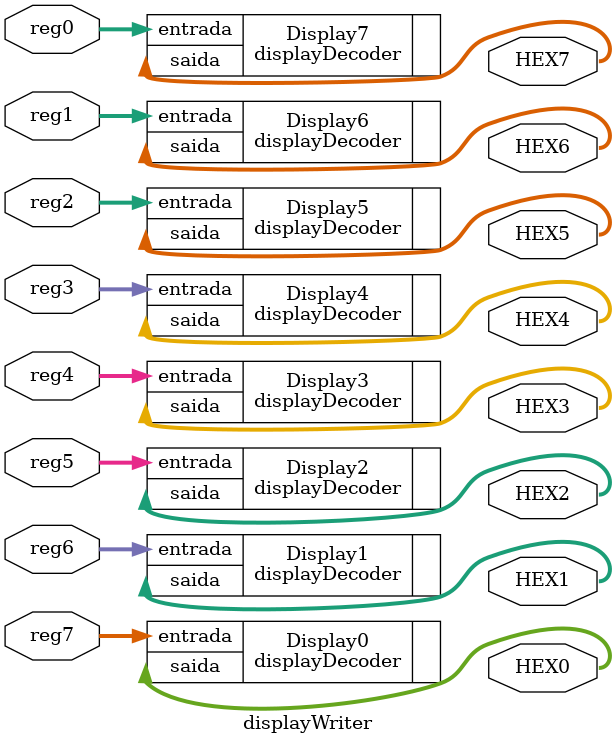
<source format=v>
module displayWriter(
	input[3:0] reg0,
	input[3:0] reg1,
	input[3:0] reg2,
	input[3:0] reg3,
	input[3:0] reg4,
	input[3:0] reg5,
	input[3:0] reg6,
	input[3:0] reg7,
	
	output[6:0] HEX0,
	output[6:0] HEX1,
	output[6:0] HEX2,
	output[6:0] HEX3,
	output[6:0] HEX4,
	output[6:0] HEX5,
	output[6:0] HEX6,
	output[6:0] HEX7
);

displayDecoder Display0(.entrada(reg7),.saida(HEX0));
displayDecoder Display1(.entrada(reg6),.saida(HEX1));
displayDecoder Display2(.entrada(reg5),.saida(HEX2));
displayDecoder Display3(.entrada(reg4),.saida(HEX3));
displayDecoder Display4(.entrada(reg3),.saida(HEX4));
displayDecoder Display5(.entrada(reg2),.saida(HEX5));
displayDecoder Display6(.entrada(reg1),.saida(HEX6));
displayDecoder Display7(.entrada(reg0),.saida(HEX7));

endmodule

</source>
